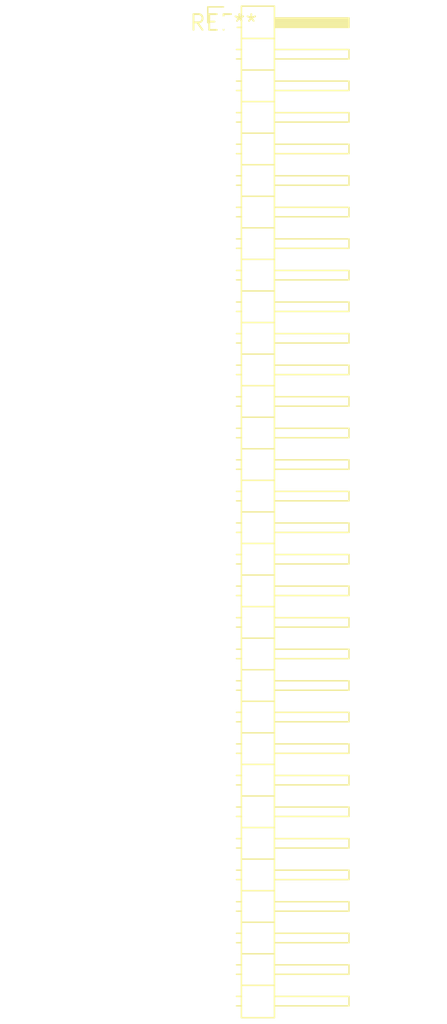
<source format=kicad_pcb>
(kicad_pcb (version 20240108) (generator pcbnew)
  (layers (0 "F.Cu" signal) (31 "B.Cu" signal) (34 "B.Paste" user) (35 "F.Paste" user) (36 "B.SilkS" user "B.Silkscreen") (37 "F.SilkS" user "F.Silkscreen") (38 "B.Mask" user) (39 "F.Mask" user) (44 "Edge.Cuts" user))
  (net 0 "")
  (footprint "PinHeader_1x32_P2.54mm_Horizontal" (layer "F.Cu") (at 0 0)
    (property "Reference" "REF**")
    (property "Value" "PinHeader_1x32_P2.54mm_Horizontal")
    (fp_line (start -1.27 -1.27) (end 0 -1.27) (layer "F.SilkS") (stroke (width 0.12)))
    (fp_line (start -1.27 0) (end -1.27 -1.27) (layer "F.SilkS") (stroke (width 0.12)))
    (fp_line (start 1.042929 2.16) (end 1.44 2.16) (layer "F.SilkS") (stroke (width 0.12)))
    (fp_line (start 1.042929 2.92) (end 1.44 2.92) (layer "F.SilkS") (stroke (width 0.12)))
    (fp_line (start 1.042929 4.7) (end 1.44 4.7) (layer "F.SilkS") (stroke (width 0.12)))
    (fp_line (start 1.042929 5.46) (end 1.44 5.46) (layer "F.SilkS") (stroke (width 0.12)))
    (fp_line (start 1.042929 7.24) (end 1.44 7.24) (layer "F.SilkS") (stroke (width 0.12)))
    (fp_line (start 1.042929 8) (end 1.44 8) (layer "F.SilkS") (stroke (width 0.12)))
    (fp_line (start 1.042929 9.78) (end 1.44 9.78) (layer "F.SilkS") (stroke (width 0.12)))
    (fp_line (start 1.042929 10.54) (end 1.44 10.54) (layer "F.SilkS") (stroke (width 0.12)))
    (fp_line (start 1.042929 12.32) (end 1.44 12.32) (layer "F.SilkS") (stroke (width 0.12)))
    (fp_line (start 1.042929 13.08) (end 1.44 13.08) (layer "F.SilkS") (stroke (width 0.12)))
    (fp_line (start 1.042929 14.86) (end 1.44 14.86) (layer "F.SilkS") (stroke (width 0.12)))
    (fp_line (start 1.042929 15.62) (end 1.44 15.62) (layer "F.SilkS") (stroke (width 0.12)))
    (fp_line (start 1.042929 17.4) (end 1.44 17.4) (layer "F.SilkS") (stroke (width 0.12)))
    (fp_line (start 1.042929 18.16) (end 1.44 18.16) (layer "F.SilkS") (stroke (width 0.12)))
    (fp_line (start 1.042929 19.94) (end 1.44 19.94) (layer "F.SilkS") (stroke (width 0.12)))
    (fp_line (start 1.042929 20.7) (end 1.44 20.7) (layer "F.SilkS") (stroke (width 0.12)))
    (fp_line (start 1.042929 22.48) (end 1.44 22.48) (layer "F.SilkS") (stroke (width 0.12)))
    (fp_line (start 1.042929 23.24) (end 1.44 23.24) (layer "F.SilkS") (stroke (width 0.12)))
    (fp_line (start 1.042929 25.02) (end 1.44 25.02) (layer "F.SilkS") (stroke (width 0.12)))
    (fp_line (start 1.042929 25.78) (end 1.44 25.78) (layer "F.SilkS") (stroke (width 0.12)))
    (fp_line (start 1.042929 27.56) (end 1.44 27.56) (layer "F.SilkS") (stroke (width 0.12)))
    (fp_line (start 1.042929 28.32) (end 1.44 28.32) (layer "F.SilkS") (stroke (width 0.12)))
    (fp_line (start 1.042929 30.1) (end 1.44 30.1) (layer "F.SilkS") (stroke (width 0.12)))
    (fp_line (start 1.042929 30.86) (end 1.44 30.86) (layer "F.SilkS") (stroke (width 0.12)))
    (fp_line (start 1.042929 32.64) (end 1.44 32.64) (layer "F.SilkS") (stroke (width 0.12)))
    (fp_line (start 1.042929 33.4) (end 1.44 33.4) (layer "F.SilkS") (stroke (width 0.12)))
    (fp_line (start 1.042929 35.18) (end 1.44 35.18) (layer "F.SilkS") (stroke (width 0.12)))
    (fp_line (start 1.042929 35.94) (end 1.44 35.94) (layer "F.SilkS") (stroke (width 0.12)))
    (fp_line (start 1.042929 37.72) (end 1.44 37.72) (layer "F.SilkS") (stroke (width 0.12)))
    (fp_line (start 1.042929 38.48) (end 1.44 38.48) (layer "F.SilkS") (stroke (width 0.12)))
    (fp_line (start 1.042929 40.26) (end 1.44 40.26) (layer "F.SilkS") (stroke (width 0.12)))
    (fp_line (start 1.042929 41.02) (end 1.44 41.02) (layer "F.SilkS") (stroke (width 0.12)))
    (fp_line (start 1.042929 42.8) (end 1.44 42.8) (layer "F.SilkS") (stroke (width 0.12)))
    (fp_line (start 1.042929 43.56) (end 1.44 43.56) (layer "F.SilkS") (stroke (width 0.12)))
    (fp_line (start 1.042929 45.34) (end 1.44 45.34) (layer "F.SilkS") (stroke (width 0.12)))
    (fp_line (start 1.042929 46.1) (end 1.44 46.1) (layer "F.SilkS") (stroke (width 0.12)))
    (fp_line (start 1.042929 47.88) (end 1.44 47.88) (layer "F.SilkS") (stroke (width 0.12)))
    (fp_line (start 1.042929 48.64) (end 1.44 48.64) (layer "F.SilkS") (stroke (width 0.12)))
    (fp_line (start 1.042929 50.42) (end 1.44 50.42) (layer "F.SilkS") (stroke (width 0.12)))
    (fp_line (start 1.042929 51.18) (end 1.44 51.18) (layer "F.SilkS") (stroke (width 0.12)))
    (fp_line (start 1.042929 52.96) (end 1.44 52.96) (layer "F.SilkS") (stroke (width 0.12)))
    (fp_line (start 1.042929 53.72) (end 1.44 53.72) (layer "F.SilkS") (stroke (width 0.12)))
    (fp_line (start 1.042929 55.5) (end 1.44 55.5) (layer "F.SilkS") (stroke (width 0.12)))
    (fp_line (start 1.042929 56.26) (end 1.44 56.26) (layer "F.SilkS") (stroke (width 0.12)))
    (fp_line (start 1.042929 58.04) (end 1.44 58.04) (layer "F.SilkS") (stroke (width 0.12)))
    (fp_line (start 1.042929 58.8) (end 1.44 58.8) (layer "F.SilkS") (stroke (width 0.12)))
    (fp_line (start 1.042929 60.58) (end 1.44 60.58) (layer "F.SilkS") (stroke (width 0.12)))
    (fp_line (start 1.042929 61.34) (end 1.44 61.34) (layer "F.SilkS") (stroke (width 0.12)))
    (fp_line (start 1.042929 63.12) (end 1.44 63.12) (layer "F.SilkS") (stroke (width 0.12)))
    (fp_line (start 1.042929 63.88) (end 1.44 63.88) (layer "F.SilkS") (stroke (width 0.12)))
    (fp_line (start 1.042929 65.66) (end 1.44 65.66) (layer "F.SilkS") (stroke (width 0.12)))
    (fp_line (start 1.042929 66.42) (end 1.44 66.42) (layer "F.SilkS") (stroke (width 0.12)))
    (fp_line (start 1.042929 68.2) (end 1.44 68.2) (layer "F.SilkS") (stroke (width 0.12)))
    (fp_line (start 1.042929 68.96) (end 1.44 68.96) (layer "F.SilkS") (stroke (width 0.12)))
    (fp_line (start 1.042929 70.74) (end 1.44 70.74) (layer "F.SilkS") (stroke (width 0.12)))
    (fp_line (start 1.042929 71.5) (end 1.44 71.5) (layer "F.SilkS") (stroke (width 0.12)))
    (fp_line (start 1.042929 73.28) (end 1.44 73.28) (layer "F.SilkS") (stroke (width 0.12)))
    (fp_line (start 1.042929 74.04) (end 1.44 74.04) (layer "F.SilkS") (stroke (width 0.12)))
    (fp_line (start 1.042929 75.82) (end 1.44 75.82) (layer "F.SilkS") (stroke (width 0.12)))
    (fp_line (start 1.042929 76.58) (end 1.44 76.58) (layer "F.SilkS") (stroke (width 0.12)))
    (fp_line (start 1.042929 78.36) (end 1.44 78.36) (layer "F.SilkS") (stroke (width 0.12)))
    (fp_line (start 1.042929 79.12) (end 1.44 79.12) (layer "F.SilkS") (stroke (width 0.12)))
    (fp_line (start 1.11 -0.38) (end 1.44 -0.38) (layer "F.SilkS") (stroke (width 0.12)))
    (fp_line (start 1.11 0.38) (end 1.44 0.38) (layer "F.SilkS") (stroke (width 0.12)))
    (fp_line (start 1.44 -1.33) (end 1.44 80.07) (layer "F.SilkS") (stroke (width 0.12)))
    (fp_line (start 1.44 1.27) (end 4.1 1.27) (layer "F.SilkS") (stroke (width 0.12)))
    (fp_line (start 1.44 3.81) (end 4.1 3.81) (layer "F.SilkS") (stroke (width 0.12)))
    (fp_line (start 1.44 6.35) (end 4.1 6.35) (layer "F.SilkS") (stroke (width 0.12)))
    (fp_line (start 1.44 8.89) (end 4.1 8.89) (layer "F.SilkS") (stroke (width 0.12)))
    (fp_line (start 1.44 11.43) (end 4.1 11.43) (layer "F.SilkS") (stroke (width 0.12)))
    (fp_line (start 1.44 13.97) (end 4.1 13.97) (layer "F.SilkS") (stroke (width 0.12)))
    (fp_line (start 1.44 16.51) (end 4.1 16.51) (layer "F.SilkS") (stroke (width 0.12)))
    (fp_line (start 1.44 19.05) (end 4.1 19.05) (layer "F.SilkS") (stroke (width 0.12)))
    (fp_line (start 1.44 21.59) (end 4.1 21.59) (layer "F.SilkS") (stroke (width 0.12)))
    (fp_line (start 1.44 24.13) (end 4.1 24.13) (layer "F.SilkS") (stroke (width 0.12)))
    (fp_line (start 1.44 26.67) (end 4.1 26.67) (layer "F.SilkS") (stroke (width 0.12)))
    (fp_line (start 1.44 29.21) (end 4.1 29.21) (layer "F.SilkS") (stroke (width 0.12)))
    (fp_line (start 1.44 31.75) (end 4.1 31.75) (layer "F.SilkS") (stroke (width 0.12)))
    (fp_line (start 1.44 34.29) (end 4.1 34.29) (layer "F.SilkS") (stroke (width 0.12)))
    (fp_line (start 1.44 36.83) (end 4.1 36.83) (layer "F.SilkS") (stroke (width 0.12)))
    (fp_line (start 1.44 39.37) (end 4.1 39.37) (layer "F.SilkS") (stroke (width 0.12)))
    (fp_line (start 1.44 41.91) (end 4.1 41.91) (layer "F.SilkS") (stroke (width 0.12)))
    (fp_line (start 1.44 44.45) (end 4.1 44.45) (layer "F.SilkS") (stroke (width 0.12)))
    (fp_line (start 1.44 46.99) (end 4.1 46.99) (layer "F.SilkS") (stroke (width 0.12)))
    (fp_line (start 1.44 49.53) (end 4.1 49.53) (layer "F.SilkS") (stroke (width 0.12)))
    (fp_line (start 1.44 52.07) (end 4.1 52.07) (layer "F.SilkS") (stroke (width 0.12)))
    (fp_line (start 1.44 54.61) (end 4.1 54.61) (layer "F.SilkS") (stroke (width 0.12)))
    (fp_line (start 1.44 57.15) (end 4.1 57.15) (layer "F.SilkS") (stroke (width 0.12)))
    (fp_line (start 1.44 59.69) (end 4.1 59.69) (layer "F.SilkS") (stroke (width 0.12)))
    (fp_line (start 1.44 62.23) (end 4.1 62.23) (layer "F.SilkS") (stroke (width 0.12)))
    (fp_line (start 1.44 64.77) (end 4.1 64.77) (layer "F.SilkS") (stroke (width 0.12)))
    (fp_line (start 1.44 67.31) (end 4.1 67.31) (layer "F.SilkS") (stroke (width 0.12)))
    (fp_line (start 1.44 69.85) (end 4.1 69.85) (layer "F.SilkS") (stroke (width 0.12)))
    (fp_line (start 1.44 72.39) (end 4.1 72.39) (layer "F.SilkS") (stroke (width 0.12)))
    (fp_line (start 1.44 74.93) (end 4.1 74.93) (layer "F.SilkS") (stroke (width 0.12)))
    (fp_line (start 1.44 77.47) (end 4.1 77.47) (layer "F.SilkS") (stroke (width 0.12)))
    (fp_line (start 1.44 80.07) (end 4.1 80.07) (layer "F.SilkS") (stroke (width 0.12)))
    (fp_line (start 4.1 -1.33) (end 1.44 -1.33) (layer "F.SilkS") (stroke (width 0.12)))
    (fp_line (start 4.1 -0.38) (end 10.1 -0.38) (layer "F.SilkS") (stroke (width 0.12)))
    (fp_line (start 4.1 -0.32) (end 10.1 -0.32) (layer "F.SilkS") (stroke (width 0.12)))
    (fp_line (start 4.1 -0.2) (end 10.1 -0.2) (layer "F.SilkS") (stroke (width 0.12)))
    (fp_line (start 4.1 -0.08) (end 10.1 -0.08) (layer "F.SilkS") (stroke (width 0.12)))
    (fp_line (start 4.1 0.04) (end 10.1 0.04) (layer "F.SilkS") (stroke (width 0.12)))
    (fp_line (start 4.1 0.16) (end 10.1 0.16) (layer "F.SilkS") (stroke (width 0.12)))
    (fp_line (start 4.1 0.28) (end 10.1 0.28) (layer "F.SilkS") (stroke (width 0.12)))
    (fp_line (start 4.1 2.16) (end 10.1 2.16) (layer "F.SilkS") (stroke (width 0.12)))
    (fp_line (start 4.1 4.7) (end 10.1 4.7) (layer "F.SilkS") (stroke (width 0.12)))
    (fp_line (start 4.1 7.24) (end 10.1 7.24) (layer "F.SilkS") (stroke (width 0.12)))
    (fp_line (start 4.1 9.78) (end 10.1 9.78) (layer "F.SilkS") (stroke (width 0.12)))
    (fp_line (start 4.1 12.32) (end 10.1 12.32) (layer "F.SilkS") (stroke (width 0.12)))
    (fp_line (start 4.1 14.86) (end 10.1 14.86) (layer "F.SilkS") (stroke (width 0.12)))
    (fp_line (start 4.1 17.4) (end 10.1 17.4) (layer "F.SilkS") (stroke (width 0.12)))
    (fp_line (start 4.1 19.94) (end 10.1 19.94) (layer "F.SilkS") (stroke (width 0.12)))
    (fp_line (start 4.1 22.48) (end 10.1 22.48) (layer "F.SilkS") (stroke (width 0.12)))
    (fp_line (start 4.1 25.02) (end 10.1 25.02) (layer "F.SilkS") (stroke (width 0.12)))
    (fp_line (start 4.1 27.56) (end 10.1 27.56) (layer "F.SilkS") (stroke (width 0.12)))
    (fp_line (start 4.1 30.1) (end 10.1 30.1) (layer "F.SilkS") (stroke (width 0.12)))
    (fp_line (start 4.1 32.64) (end 10.1 32.64) (layer "F.SilkS") (stroke (width 0.12)))
    (fp_line (start 4.1 35.18) (end 10.1 35.18) (layer "F.SilkS") (stroke (width 0.12)))
    (fp_line (start 4.1 37.72) (end 10.1 37.72) (layer "F.SilkS") (stroke (width 0.12)))
    (fp_line (start 4.1 40.26) (end 10.1 40.26) (layer "F.SilkS") (stroke (width 0.12)))
    (fp_line (start 4.1 42.8) (end 10.1 42.8) (layer "F.SilkS") (stroke (width 0.12)))
    (fp_line (start 4.1 45.34) (end 10.1 45.34) (layer "F.SilkS") (stroke (width 0.12)))
    (fp_line (start 4.1 47.88) (end 10.1 47.88) (layer "F.SilkS") (stroke (width 0.12)))
    (fp_line (start 4.1 50.42) (end 10.1 50.42) (layer "F.SilkS") (stroke (width 0.12)))
    (fp_line (start 4.1 52.96) (end 10.1 52.96) (layer "F.SilkS") (stroke (width 0.12)))
    (fp_line (start 4.1 55.5) (end 10.1 55.5) (layer "F.SilkS") (stroke (width 0.12)))
    (fp_line (start 4.1 58.04) (end 10.1 58.04) (layer "F.SilkS") (stroke (width 0.12)))
    (fp_line (start 4.1 60.58) (end 10.1 60.58) (layer "F.SilkS") (stroke (width 0.12)))
    (fp_line (start 4.1 63.12) (end 10.1 63.12) (layer "F.SilkS") (stroke (width 0.12)))
    (fp_line (start 4.1 65.66) (end 10.1 65.66) (layer "F.SilkS") (stroke (width 0.12)))
    (fp_line (start 4.1 68.2) (end 10.1 68.2) (layer "F.SilkS") (stroke (width 0.12)))
    (fp_line (start 4.1 70.74) (end 10.1 70.74) (layer "F.SilkS") (stroke (width 0.12)))
    (fp_line (start 4.1 73.28) (end 10.1 73.28) (layer "F.SilkS") (stroke (width 0.12)))
    (fp_line (start 4.1 75.82) (end 10.1 75.82) (layer "F.SilkS") (stroke (width 0.12)))
    (fp_line (start 4.1 78.36) (end 10.1 78.36) (layer "F.SilkS") (stroke (width 0.12)))
    (fp_line (start 4.1 80.07) (end 4.1 -1.33) (layer "F.SilkS") (stroke (width 0.12)))
    (fp_line (start 10.1 -0.38) (end 10.1 0.38) (layer "F.SilkS") (stroke (width 0.12)))
    (fp_line (start 10.1 0.38) (end 4.1 0.38) (layer "F.SilkS") (stroke (width 0.12)))
    (fp_line (start 10.1 2.16) (end 10.1 2.92) (layer "F.SilkS") (stroke (width 0.12)))
    (fp_line (start 10.1 2.92) (end 4.1 2.92) (layer "F.SilkS") (stroke (width 0.12)))
    (fp_line (start 10.1 4.7) (end 10.1 5.46) (layer "F.SilkS") (stroke (width 0.12)))
    (fp_line (start 10.1 5.46) (end 4.1 5.46) (layer "F.SilkS") (stroke (width 0.12)))
    (fp_line (start 10.1 7.24) (end 10.1 8) (layer "F.SilkS") (stroke (width 0.12)))
    (fp_line (start 10.1 8) (end 4.1 8) (layer "F.SilkS") (stroke (width 0.12)))
    (fp_line (start 10.1 9.78) (end 10.1 10.54) (layer "F.SilkS") (stroke (width 0.12)))
    (fp_line (start 10.1 10.54) (end 4.1 10.54) (layer "F.SilkS") (stroke (width 0.12)))
    (fp_line (start 10.1 12.32) (end 10.1 13.08) (layer "F.SilkS") (stroke (width 0.12)))
    (fp_line (start 10.1 13.08) (end 4.1 13.08) (layer "F.SilkS") (stroke (width 0.12)))
    (fp_line (start 10.1 14.86) (end 10.1 15.62) (layer "F.SilkS") (stroke (width 0.12)))
    (fp_line (start 10.1 15.62) (end 4.1 15.62) (layer "F.SilkS") (stroke (width 0.12)))
    (fp_line (start 10.1 17.4) (end 10.1 18.16) (layer "F.SilkS") (stroke (width 0.12)))
    (fp_line (start 10.1 18.16) (end 4.1 18.16) (layer "F.SilkS") (stroke (width 0.12)))
    (fp_line (start 10.1 19.94) (end 10.1 20.7) (layer "F.SilkS") (stroke (width 0.12)))
    (fp_line (start 10.1 20.7) (end 4.1 20.7) (layer "F.SilkS") (stroke (width 0.12)))
    (fp_line (start 10.1 22.48) (end 10.1 23.24) (layer "F.SilkS") (stroke (width 0.12)))
    (fp_line (start 10.1 23.24) (end 4.1 23.24) (layer "F.SilkS") (stroke (width 0.12)))
    (fp_line (start 10.1 25.02) (end 10.1 25.78) (layer "F.SilkS") (stroke (width 0.12)))
    (fp_line (start 10.1 25.78) (end 4.1 25.78) (layer "F.SilkS") (stroke (width 0.12)))
    (fp_line (start 10.1 27.56) (end 10.1 28.32) (layer "F.SilkS") (stroke (width 0.12)))
    (fp_line (start 10.1 28.32) (end 4.1 28.32) (layer "F.SilkS") (stroke (width 0.12)))
    (fp_line (start 10.1 30.1) (end 10.1 30.86) (layer "F.SilkS") (stroke (width 0.12)))
    (fp_line (start 10.1 30.86) (end 4.1 30.86) (layer "F.SilkS") (stroke (width 0.12)))
    (fp_line (start 10.1 32.64) (end 10.1 33.4) (layer "F.SilkS") (stroke (width 0.12)))
    (fp_line (start 10.1 33.4) (end 4.1 33.4) (layer "F.SilkS") (stroke (width 0.12)))
    (fp_line (start 10.1 35.18) (end 10.1 35.94) (layer "F.SilkS") (stroke (width 0.12)))
    (fp_line (start 10.1 35.94) (end 4.1 35.94) (layer "F.SilkS") (stroke (width 0.12)))
    (fp_line (start 10.1 37.72) (end 10.1 38.48) (layer "F.SilkS") (stroke (width 0.12)))
    (fp_line (start 10.1 38.48) (end 4.1 38.48) (layer "F.SilkS") (stroke (width 0.12)))
    (fp_line (start 10.1 40.26) (end 10.1 41.02) (layer "F.SilkS") (stroke (width 0.12)))
    (fp_line (start 10.1 41.02) (end 4.1 41.02) (layer "F.SilkS") (stroke (width 0.12)))
    (fp_line (start 10.1 42.8) (end 10.1 43.56) (layer "F.SilkS") (stroke (width 0.12)))
    (fp_line (start 10.1 43.56) (end 4.1 43.56) (layer "F.SilkS") (stroke (width 0.12)))
    (fp_line (start 10.1 45.34) (end 10.1 46.1) (layer "F.SilkS") (stroke (width 0.12)))
    (fp_line (start 10.1 46.1) (end 4.1 46.1) (layer "F.SilkS") (stroke (width 0.12)))
    (fp_line (start 10.1 47.88) (end 10.1 48.64) (layer "F.SilkS") (stroke (width 0.12)))
    (fp_line (start 10.1 48.64) (end 4.1 48.64) (layer "F.SilkS") (stroke (width 0.12)))
    (fp_line (start 10.1 50.42) (end 10.1 51.18) (layer "F.SilkS") (stroke (width 0.12)))
    (fp_line (start 10.1 51.18) (end 4.1 51.18) (layer "F.SilkS") (stroke (width 0.12)))
    (fp_line (start 10.1 52.96) (end 10.1 53.72) (layer "F.SilkS") (stroke (width 0.12)))
    (fp_line (start 10.1 53.72) (end 4.1 53.72) (layer "F.SilkS") (stroke (width 0.12)))
    (fp_line (start 10.1 55.5) (end 10.1 56.26) (layer "F.SilkS") (stroke (width 0.12)))
    (fp_line (start 10.1 56.26) (end 4.1 56.26) (layer "F.SilkS") (stroke (width 0.12)))
    (fp_line (start 10.1 58.04) (end 10.1 58.8) (layer "F.SilkS") (stroke (width 0.12)))
    (fp_line (start 10.1 58.8) (end 4.1 58.8) (layer "F.SilkS") (stroke (width 0.12)))
    (fp_line (start 10.1 60.58) (end 10.1 61.34) (layer "F.SilkS") (stroke (width 0.12)))
    (fp_line (start 10.1 61.34) (end 4.1 61.34) (layer "F.SilkS") (stroke (width 0.12)))
    (fp_line (start 10.1 63.12) (end 10.1 63.88) (layer "F.SilkS") (stroke (width 0.12)))
    (fp_line (start 10.1 63.88) (end 4.1 63.88) (layer "F.SilkS") (stroke (width 0.12)))
    (fp_line (start 10.1 65.66) (end 10.1 66.42) (layer "F.SilkS") (stroke (width 0.12)))
    (fp_line (start 10.1 66.42) (end 4.1 66.42) (layer "F.SilkS") (stroke (width 0.12)))
    (fp_line (start 10.1 68.2) (end 10.1 68.96) (layer "F.SilkS") (stroke (width 0.12)))
    (fp_line (start 10.1 68.96) (end 4.1 68.96) (layer "F.SilkS") (stroke (width 0.12)))
    (fp_line (start 10.1 70.74) (end 10.1 71.5) (layer "F.SilkS") (stroke (width 0.12)))
    (fp_line (start 10.1 71.5) (end 4.1 71.5) (layer "F.SilkS") (stroke (width 0.12)))
    (fp_line (start 10.1 73.28) (end 10.1 74.04) (layer "F.SilkS") (stroke (width 0.12)))
    (fp_line (start 10.1 74.04) (end 4.1 74.04) (layer "F.SilkS") (stroke (width 0.12)))
    (fp_line (start 10.1 75.82) (end 10.1 76.58) (layer "F.SilkS") (stroke (width 0.12)))
    (fp_line (start 10.1 76.58) (end 4.1 76.58) (layer "F.SilkS") (stroke (width 0.12)))
    (fp_line (start 10.1 78.36) (end 10.1 79.12) (layer "F.SilkS") (stroke (width 0.12)))
    (fp_line (start 10.1 79.12) (end 4.1 79.12) (layer "F.SilkS") (stroke (width 0.12)))
    (pad "1" thru_hole rect (at 0 0) (size 1.7 1.7) (drill 1) (layers *.Cu *.Mask) (remove_unused_layers))
    (pad "2" thru_hole oval (at 0 2.54) (size 1.7 1.7) (drill 1) (layers *.Cu *.Mask) (remove_unused_layers))
    (pad "3" thru_hole oval (at 0 5.08) (size 1.7 1.7) (drill 1) (layers *.Cu *.Mask) (remove_unused_layers))
    (pad "4" thru_hole oval (at 0 7.62) (size 1.7 1.7) (drill 1) (layers *.Cu *.Mask) (remove_unused_layers))
    (pad "5" thru_hole oval (at 0 10.16) (size 1.7 1.7) (drill 1) (layers *.Cu *.Mask) (remove_unused_layers))
    (pad "6" thru_hole oval (at 0 12.7) (size 1.7 1.7) (drill 1) (layers *.Cu *.Mask) (remove_unused_layers))
    (pad "7" thru_hole oval (at 0 15.24) (size 1.7 1.7) (drill 1) (layers *.Cu *.Mask) (remove_unused_layers))
    (pad "8" thru_hole oval (at 0 17.78) (size 1.7 1.7) (drill 1) (layers *.Cu *.Mask) (remove_unused_layers))
    (pad "9" thru_hole oval (at 0 20.32) (size 1.7 1.7) (drill 1) (layers *.Cu *.Mask) (remove_unused_layers))
    (pad "10" thru_hole oval (at 0 22.86) (size 1.7 1.7) (drill 1) (layers *.Cu *.Mask) (remove_unused_layers))
    (pad "11" thru_hole oval (at 0 25.4) (size 1.7 1.7) (drill 1) (layers *.Cu *.Mask) (remove_unused_layers))
    (pad "12" thru_hole oval (at 0 27.94) (size 1.7 1.7) (drill 1) (layers *.Cu *.Mask) (remove_unused_layers))
    (pad "13" thru_hole oval (at 0 30.48) (size 1.7 1.7) (drill 1) (layers *.Cu *.Mask) (remove_unused_layers))
    (pad "14" thru_hole oval (at 0 33.02) (size 1.7 1.7) (drill 1) (layers *.Cu *.Mask) (remove_unused_layers))
    (pad "15" thru_hole oval (at 0 35.56) (size 1.7 1.7) (drill 1) (layers *.Cu *.Mask) (remove_unused_layers))
    (pad "16" thru_hole oval (at 0 38.1) (size 1.7 1.7) (drill 1) (layers *.Cu *.Mask) (remove_unused_layers))
    (pad "17" thru_hole oval (at 0 40.64) (size 1.7 1.7) (drill 1) (layers *.Cu *.Mask) (remove_unused_layers))
    (pad "18" thru_hole oval (at 0 43.18) (size 1.7 1.7) (drill 1) (layers *.Cu *.Mask) (remove_unused_layers))
    (pad "19" thru_hole oval (at 0 45.72) (size 1.7 1.7) (drill 1) (layers *.Cu *.Mask) (remove_unused_layers))
    (pad "20" thru_hole oval (at 0 48.26) (size 1.7 1.7) (drill 1) (layers *.Cu *.Mask) (remove_unused_layers))
    (pad "21" thru_hole oval (at 0 50.8) (size 1.7 1.7) (drill 1) (layers *.Cu *.Mask) (remove_unused_layers))
    (pad "22" thru_hole oval (at 0 53.34) (size 1.7 1.7) (drill 1) (layers *.Cu *.Mask) (remove_unused_layers))
    (pad "23" thru_hole oval (at 0 55.88) (size 1.7 1.7) (drill 1) (layers *.Cu *.Mask) (remove_unused_layers))
    (pad "24" thru_hole oval (at 0 58.42) (size 1.7 1.7) (drill 1) (layers *.Cu *.Mask) (remove_unused_layers))
    (pad "25" thru_hole oval (at 0 60.96) (size 1.7 1.7) (drill 1) (layers *.Cu *.Mask) (remove_unused_layers))
    (pad "26" thru_hole oval (at 0 63.5) (size 1.7 1.7) (drill 1) (layers *.Cu *.Mask) (remove_unused_layers))
    (pad "27" thru_hole oval (at 0 66.04) (size 1.7 1.7) (drill 1) (layers *.Cu *.Mask) (remove_unused_layers))
    (pad "28" thru_hole oval (at 0 68.58) (size 1.7 1.7) (drill 1) (layers *.Cu *.Mask) (remove_unused_layers))
    (pad "29" thru_hole oval (at 0 71.12) (size 1.7 1.7) (drill 1) (layers *.Cu *.Mask) (remove_unused_layers))
    (pad "30" thru_hole oval (at 0 73.66) (size 1.7 1.7) (drill 1) (layers *.Cu *.Mask) (remove_unused_layers))
    (pad "31" thru_hole oval (at 0 76.2) (size 1.7 1.7) (drill 1) (layers *.Cu *.Mask) (remove_unused_layers))
    (pad "32" thru_hole oval (at 0 78.74) (size 1.7 1.7) (drill 1) (layers *.Cu *.Mask) (remove_unused_layers))
  )
)
</source>
